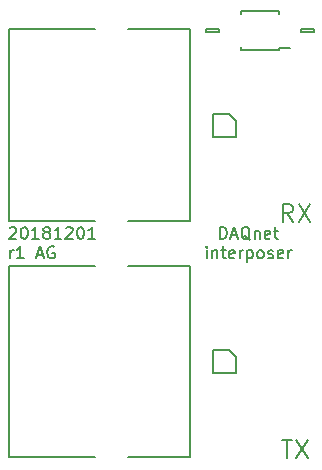
<source format=gto>
G04 #@! TF.GenerationSoftware,KiCad,Pcbnew,6.0.0-rc1-unknown-106eaaa~84~ubuntu18.04.1*
G04 #@! TF.CreationDate,2018-12-01T20:38:30+00:00*
G04 #@! TF.ProjectId,interposer,696e7465-7270-46f7-9365-722e6b696361,rev?*
G04 #@! TF.SameCoordinates,Original*
G04 #@! TF.FileFunction,Legend,Top*
G04 #@! TF.FilePolarity,Positive*
%FSLAX46Y46*%
G04 Gerber Fmt 4.6, Leading zero omitted, Abs format (unit mm)*
G04 Created by KiCad (PCBNEW 6.0.0-rc1-unknown-106eaaa~84~ubuntu18.04.1) date Sat 01 Dec 2018 20:38:30 GMT*
%MOMM*%
%LPD*%
G01*
G04 APERTURE LIST*
%ADD10C,0.150000*%
G04 APERTURE END LIST*
D10*
X112619047Y-109627380D02*
X112619047Y-108627380D01*
X112857142Y-108627380D01*
X113000000Y-108675000D01*
X113095238Y-108770238D01*
X113142857Y-108865476D01*
X113190476Y-109055952D01*
X113190476Y-109198809D01*
X113142857Y-109389285D01*
X113095238Y-109484523D01*
X113000000Y-109579761D01*
X112857142Y-109627380D01*
X112619047Y-109627380D01*
X113571428Y-109341666D02*
X114047619Y-109341666D01*
X113476190Y-109627380D02*
X113809523Y-108627380D01*
X114142857Y-109627380D01*
X115142857Y-109722619D02*
X115047619Y-109675000D01*
X114952380Y-109579761D01*
X114809523Y-109436904D01*
X114714285Y-109389285D01*
X114619047Y-109389285D01*
X114666666Y-109627380D02*
X114571428Y-109579761D01*
X114476190Y-109484523D01*
X114428571Y-109294047D01*
X114428571Y-108960714D01*
X114476190Y-108770238D01*
X114571428Y-108675000D01*
X114666666Y-108627380D01*
X114857142Y-108627380D01*
X114952380Y-108675000D01*
X115047619Y-108770238D01*
X115095238Y-108960714D01*
X115095238Y-109294047D01*
X115047619Y-109484523D01*
X114952380Y-109579761D01*
X114857142Y-109627380D01*
X114666666Y-109627380D01*
X115523809Y-108960714D02*
X115523809Y-109627380D01*
X115523809Y-109055952D02*
X115571428Y-109008333D01*
X115666666Y-108960714D01*
X115809523Y-108960714D01*
X115904761Y-109008333D01*
X115952380Y-109103571D01*
X115952380Y-109627380D01*
X116809523Y-109579761D02*
X116714285Y-109627380D01*
X116523809Y-109627380D01*
X116428571Y-109579761D01*
X116380952Y-109484523D01*
X116380952Y-109103571D01*
X116428571Y-109008333D01*
X116523809Y-108960714D01*
X116714285Y-108960714D01*
X116809523Y-109008333D01*
X116857142Y-109103571D01*
X116857142Y-109198809D01*
X116380952Y-109294047D01*
X117142857Y-108960714D02*
X117523809Y-108960714D01*
X117285714Y-108627380D02*
X117285714Y-109484523D01*
X117333333Y-109579761D01*
X117428571Y-109627380D01*
X117523809Y-109627380D01*
X111476190Y-111277380D02*
X111476190Y-110610714D01*
X111476190Y-110277380D02*
X111428571Y-110325000D01*
X111476190Y-110372619D01*
X111523809Y-110325000D01*
X111476190Y-110277380D01*
X111476190Y-110372619D01*
X111952380Y-110610714D02*
X111952380Y-111277380D01*
X111952380Y-110705952D02*
X112000000Y-110658333D01*
X112095238Y-110610714D01*
X112238095Y-110610714D01*
X112333333Y-110658333D01*
X112380952Y-110753571D01*
X112380952Y-111277380D01*
X112714285Y-110610714D02*
X113095238Y-110610714D01*
X112857142Y-110277380D02*
X112857142Y-111134523D01*
X112904761Y-111229761D01*
X113000000Y-111277380D01*
X113095238Y-111277380D01*
X113809523Y-111229761D02*
X113714285Y-111277380D01*
X113523809Y-111277380D01*
X113428571Y-111229761D01*
X113380952Y-111134523D01*
X113380952Y-110753571D01*
X113428571Y-110658333D01*
X113523809Y-110610714D01*
X113714285Y-110610714D01*
X113809523Y-110658333D01*
X113857142Y-110753571D01*
X113857142Y-110848809D01*
X113380952Y-110944047D01*
X114285714Y-111277380D02*
X114285714Y-110610714D01*
X114285714Y-110801190D02*
X114333333Y-110705952D01*
X114380952Y-110658333D01*
X114476190Y-110610714D01*
X114571428Y-110610714D01*
X114904761Y-110610714D02*
X114904761Y-111610714D01*
X114904761Y-110658333D02*
X115000000Y-110610714D01*
X115190476Y-110610714D01*
X115285714Y-110658333D01*
X115333333Y-110705952D01*
X115380952Y-110801190D01*
X115380952Y-111086904D01*
X115333333Y-111182142D01*
X115285714Y-111229761D01*
X115190476Y-111277380D01*
X115000000Y-111277380D01*
X114904761Y-111229761D01*
X115952380Y-111277380D02*
X115857142Y-111229761D01*
X115809523Y-111182142D01*
X115761904Y-111086904D01*
X115761904Y-110801190D01*
X115809523Y-110705952D01*
X115857142Y-110658333D01*
X115952380Y-110610714D01*
X116095238Y-110610714D01*
X116190476Y-110658333D01*
X116238095Y-110705952D01*
X116285714Y-110801190D01*
X116285714Y-111086904D01*
X116238095Y-111182142D01*
X116190476Y-111229761D01*
X116095238Y-111277380D01*
X115952380Y-111277380D01*
X116666666Y-111229761D02*
X116761904Y-111277380D01*
X116952380Y-111277380D01*
X117047619Y-111229761D01*
X117095238Y-111134523D01*
X117095238Y-111086904D01*
X117047619Y-110991666D01*
X116952380Y-110944047D01*
X116809523Y-110944047D01*
X116714285Y-110896428D01*
X116666666Y-110801190D01*
X116666666Y-110753571D01*
X116714285Y-110658333D01*
X116809523Y-110610714D01*
X116952380Y-110610714D01*
X117047619Y-110658333D01*
X117904761Y-111229761D02*
X117809523Y-111277380D01*
X117619047Y-111277380D01*
X117523809Y-111229761D01*
X117476190Y-111134523D01*
X117476190Y-110753571D01*
X117523809Y-110658333D01*
X117619047Y-110610714D01*
X117809523Y-110610714D01*
X117904761Y-110658333D01*
X117952380Y-110753571D01*
X117952380Y-110848809D01*
X117476190Y-110944047D01*
X118380952Y-111277380D02*
X118380952Y-110610714D01*
X118380952Y-110801190D02*
X118428571Y-110705952D01*
X118476190Y-110658333D01*
X118571428Y-110610714D01*
X118666666Y-110610714D01*
X94787976Y-108722619D02*
X94835595Y-108675000D01*
X94930833Y-108627380D01*
X95168928Y-108627380D01*
X95264166Y-108675000D01*
X95311785Y-108722619D01*
X95359404Y-108817857D01*
X95359404Y-108913095D01*
X95311785Y-109055952D01*
X94740357Y-109627380D01*
X95359404Y-109627380D01*
X95978452Y-108627380D02*
X96073690Y-108627380D01*
X96168928Y-108675000D01*
X96216547Y-108722619D01*
X96264166Y-108817857D01*
X96311785Y-109008333D01*
X96311785Y-109246428D01*
X96264166Y-109436904D01*
X96216547Y-109532142D01*
X96168928Y-109579761D01*
X96073690Y-109627380D01*
X95978452Y-109627380D01*
X95883214Y-109579761D01*
X95835595Y-109532142D01*
X95787976Y-109436904D01*
X95740357Y-109246428D01*
X95740357Y-109008333D01*
X95787976Y-108817857D01*
X95835595Y-108722619D01*
X95883214Y-108675000D01*
X95978452Y-108627380D01*
X97264166Y-109627380D02*
X96692738Y-109627380D01*
X96978452Y-109627380D02*
X96978452Y-108627380D01*
X96883214Y-108770238D01*
X96787976Y-108865476D01*
X96692738Y-108913095D01*
X97835595Y-109055952D02*
X97740357Y-109008333D01*
X97692738Y-108960714D01*
X97645119Y-108865476D01*
X97645119Y-108817857D01*
X97692738Y-108722619D01*
X97740357Y-108675000D01*
X97835595Y-108627380D01*
X98026071Y-108627380D01*
X98121309Y-108675000D01*
X98168928Y-108722619D01*
X98216547Y-108817857D01*
X98216547Y-108865476D01*
X98168928Y-108960714D01*
X98121309Y-109008333D01*
X98026071Y-109055952D01*
X97835595Y-109055952D01*
X97740357Y-109103571D01*
X97692738Y-109151190D01*
X97645119Y-109246428D01*
X97645119Y-109436904D01*
X97692738Y-109532142D01*
X97740357Y-109579761D01*
X97835595Y-109627380D01*
X98026071Y-109627380D01*
X98121309Y-109579761D01*
X98168928Y-109532142D01*
X98216547Y-109436904D01*
X98216547Y-109246428D01*
X98168928Y-109151190D01*
X98121309Y-109103571D01*
X98026071Y-109055952D01*
X99168928Y-109627380D02*
X98597500Y-109627380D01*
X98883214Y-109627380D02*
X98883214Y-108627380D01*
X98787976Y-108770238D01*
X98692738Y-108865476D01*
X98597500Y-108913095D01*
X99549880Y-108722619D02*
X99597500Y-108675000D01*
X99692738Y-108627380D01*
X99930833Y-108627380D01*
X100026071Y-108675000D01*
X100073690Y-108722619D01*
X100121309Y-108817857D01*
X100121309Y-108913095D01*
X100073690Y-109055952D01*
X99502261Y-109627380D01*
X100121309Y-109627380D01*
X100740357Y-108627380D02*
X100835595Y-108627380D01*
X100930833Y-108675000D01*
X100978452Y-108722619D01*
X101026071Y-108817857D01*
X101073690Y-109008333D01*
X101073690Y-109246428D01*
X101026071Y-109436904D01*
X100978452Y-109532142D01*
X100930833Y-109579761D01*
X100835595Y-109627380D01*
X100740357Y-109627380D01*
X100645119Y-109579761D01*
X100597500Y-109532142D01*
X100549880Y-109436904D01*
X100502261Y-109246428D01*
X100502261Y-109008333D01*
X100549880Y-108817857D01*
X100597500Y-108722619D01*
X100645119Y-108675000D01*
X100740357Y-108627380D01*
X102026071Y-109627380D02*
X101454642Y-109627380D01*
X101740357Y-109627380D02*
X101740357Y-108627380D01*
X101645119Y-108770238D01*
X101549880Y-108865476D01*
X101454642Y-108913095D01*
X94835595Y-111277380D02*
X94835595Y-110610714D01*
X94835595Y-110801190D02*
X94883214Y-110705952D01*
X94930833Y-110658333D01*
X95026071Y-110610714D01*
X95121309Y-110610714D01*
X95978452Y-111277380D02*
X95407023Y-111277380D01*
X95692738Y-111277380D02*
X95692738Y-110277380D01*
X95597500Y-110420238D01*
X95502261Y-110515476D01*
X95407023Y-110563095D01*
X97121309Y-110991666D02*
X97597500Y-110991666D01*
X97026071Y-111277380D02*
X97359404Y-110277380D01*
X97692738Y-111277380D01*
X98549880Y-110325000D02*
X98454642Y-110277380D01*
X98311785Y-110277380D01*
X98168928Y-110325000D01*
X98073690Y-110420238D01*
X98026071Y-110515476D01*
X97978452Y-110705952D01*
X97978452Y-110848809D01*
X98026071Y-111039285D01*
X98073690Y-111134523D01*
X98168928Y-111229761D01*
X98311785Y-111277380D01*
X98407023Y-111277380D01*
X98549880Y-111229761D01*
X98597500Y-111182142D01*
X98597500Y-110848809D01*
X98407023Y-110848809D01*
X117857142Y-126678571D02*
X118714285Y-126678571D01*
X118285714Y-128178571D02*
X118285714Y-126678571D01*
X119071428Y-126678571D02*
X120071428Y-128178571D01*
X120071428Y-126678571D02*
X119071428Y-128178571D01*
X118750000Y-108178571D02*
X118250000Y-107464285D01*
X117892857Y-108178571D02*
X117892857Y-106678571D01*
X118464285Y-106678571D01*
X118607142Y-106750000D01*
X118678571Y-106821428D01*
X118750000Y-106964285D01*
X118750000Y-107178571D01*
X118678571Y-107321428D01*
X118607142Y-107392857D01*
X118464285Y-107464285D01*
X117892857Y-107464285D01*
X119250000Y-106678571D02*
X120250000Y-108178571D01*
X120250000Y-106678571D02*
X119250000Y-108178571D01*
G04 #@! TO.C,J102*
X110100000Y-128100000D02*
X110100000Y-111900000D01*
X104800000Y-128100000D02*
X110100000Y-128100000D01*
X94700000Y-128100000D02*
X102000000Y-128100000D01*
X94700000Y-111900000D02*
X94700000Y-128100000D01*
X102000000Y-111900000D02*
X94700000Y-111900000D01*
X110100000Y-111900000D02*
X104800000Y-111900000D01*
G04 #@! TO.C,U101*
X117625000Y-93500000D02*
X118550000Y-93500000D01*
X117625000Y-90375000D02*
X114375000Y-90375000D01*
X117625000Y-93625000D02*
X114375000Y-93625000D01*
X117625000Y-90375000D02*
X117625000Y-90590000D01*
X114375000Y-90375000D02*
X114375000Y-90590000D01*
X114375000Y-93625000D02*
X114375000Y-93410000D01*
X117625000Y-93625000D02*
X117625000Y-93500000D01*
G04 #@! TO.C,J101*
X110100000Y-108100000D02*
X110100000Y-91900000D01*
X104800000Y-108100000D02*
X110100000Y-108100000D01*
X94700000Y-108100000D02*
X102000000Y-108100000D01*
X94700000Y-91900000D02*
X94700000Y-108100000D01*
X102000000Y-91900000D02*
X94700000Y-91900000D01*
X110100000Y-91900000D02*
X104800000Y-91900000D01*
G04 #@! TO.C,IC102*
X113375000Y-99025000D02*
X113975000Y-99625000D01*
X112025000Y-99025000D02*
X113375000Y-99025000D01*
X112025000Y-100975000D02*
X112025000Y-99025000D01*
X113975000Y-100975000D02*
X112025000Y-100975000D01*
X113975000Y-99625000D02*
X113975000Y-100975000D01*
G04 #@! TO.C,IC101*
X113375000Y-119025000D02*
X113975000Y-119625000D01*
X112025000Y-119025000D02*
X113375000Y-119025000D01*
X112025000Y-120975000D02*
X112025000Y-119025000D01*
X113975000Y-120975000D02*
X112025000Y-120975000D01*
X113975000Y-119625000D02*
X113975000Y-120975000D01*
G04 #@! TO.C,C102*
X120550000Y-92125000D02*
X119450000Y-92125000D01*
X120550000Y-91875000D02*
X120550000Y-92125000D01*
X119450000Y-91875000D02*
X120550000Y-91875000D01*
X119450000Y-92125000D02*
X119450000Y-91875000D01*
G04 #@! TO.C,C101*
X112550000Y-92125000D02*
X111450000Y-92125000D01*
X112550000Y-91875000D02*
X112550000Y-92125000D01*
X111450000Y-91875000D02*
X112550000Y-91875000D01*
X111450000Y-92125000D02*
X111450000Y-91875000D01*
G04 #@! TD*
M02*

</source>
